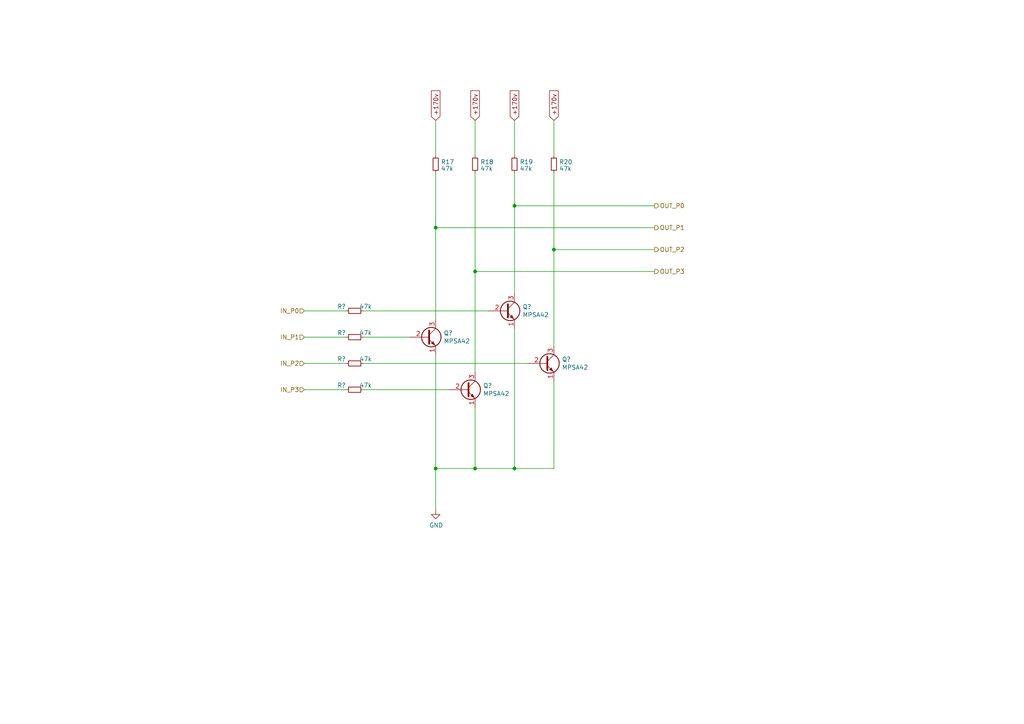
<source format=kicad_sch>
(kicad_sch (version 20230121) (generator eeschema)
  (paper "A4")
  (lib_symbols
    (symbol "Device:R_Small" (pin_numbers hide) (pin_names (offset 0.254) hide)
      (property "Reference" "R" (at 0.762 0.508 0))
      (property "Value" "R_Small" (at 0.762 -1.016 0))
      (symbol "R_Small_0_1"
        (rectangle (start -0.762 1.778) (end 0.762 -1.778) (stroke (width 0.2032)))
      )
      (symbol "R_Small_1_1"
        (pin passive line (at 0 2.54 270) (length 0.762) (name "~") (number "1"))
        (pin passive line (at 0 -2.54 90) (length 0.762) (name "~") (number "2"))
      )
    )
    (symbol "Transistor_BJT:MPSA42" (pin_names (offset 1.016) hide)
      (property "Reference" "Q" (at 5.08 1.905 0))
      (property "Value" "MPSA42" (at 5.08 0 0))
      (symbol "MPSA42_0_1"
        (polyline (pts (xy 0 0) (xy 0.635 0)))
        (polyline (pts (xy 0.635 0.635) (xy 2.54 2.54)))
        (polyline (pts (xy 0.635 -0.635) (xy 2.54 -2.54) (xy 2.54 -2.54)))
        (polyline (pts (xy 0.635 1.905) (xy 0.635 -1.905) (xy 0.635 -1.905)) (stroke (width 0.508)))
        (polyline (pts (xy 1.27 -1.778) (xy 1.778 -1.27) (xy 2.286 -2.286) (xy 1.27 -1.778) (xy 1.27 -1.778)) (fill (type outline)))
        (circle (center 1.27 0) (radius 2.8194) (stroke (width 0.254)))
      )
      (symbol "MPSA42_1_1"
        (pin passive line (at 2.54 -5.08 90) (length 2.54) (name "E") (number "1"))
        (pin input line (at -5.08 0 0) (length 5.08) (name "B") (number "2"))
        (pin passive line (at 2.54 5.08 270) (length 2.54) (name "C") (number "3"))
      )
    )
    (symbol "power:GND" (power) (pin_names (offset 0))
      (property "Value" "GND" (at 0 -3.81 0))
      (symbol "GND_0_1"
        (polyline (pts (xy 0 0) (xy 0 -1.27) (xy 1.27 -1.27) (xy 0 -2.54) (xy -1.27 -1.27) (xy 0 -1.27)))
      )
      (symbol "GND_1_1"
        (pin power_in line (at 0 0 270) (length 0) hide (name "GND") (number "1"))
      )
    )
  )
  (junction (at 126.365 135.89))
  (junction (at 137.795 135.89))
  (junction (at 160.655 72.39))
  (junction (at 149.225 135.89))
  (junction (at 137.795 78.74))
  (junction (at 126.365 66.04))
  (junction (at 149.225 59.69))
  (wire (pts (xy 137.795 118.11) (xy 137.795 135.89)))
  (wire (pts (xy 105.41 90.17) (xy 141.605 90.17)))
  (wire (pts (xy 160.655 50.165) (xy 160.655 72.39)))
  (wire (pts (xy 137.795 135.89) (xy 149.225 135.89)))
  (wire (pts (xy 105.41 97.79) (xy 118.745 97.79)))
  (wire (pts (xy 88.265 113.03) (xy 100.33 113.03)))
  (wire (pts (xy 126.365 102.87) (xy 126.365 135.89)))
  (wire (pts (xy 126.365 147.955) (xy 126.365 135.89)))
  (wire (pts (xy 149.225 95.25) (xy 149.225 135.89)))
  (wire (pts (xy 126.365 50.165) (xy 126.365 66.04)))
  (wire (pts (xy 160.655 72.39) (xy 189.865 72.39)))
  (wire (pts (xy 105.41 113.03) (xy 130.175 113.03)))
  (wire (pts (xy 88.265 97.79) (xy 100.33 97.79)))
  (wire (pts (xy 149.225 34.925) (xy 149.225 45.085)))
  (wire (pts (xy 137.795 50.165) (xy 137.795 78.74)))
  (wire (pts (xy 88.265 105.41) (xy 100.33 105.41)))
  (wire (pts (xy 160.655 34.925) (xy 160.655 45.085)))
  (wire (pts (xy 149.225 59.69) (xy 149.225 85.09)))
  (wire (pts (xy 105.41 105.41) (xy 153.035 105.41)))
  (wire (pts (xy 126.365 66.04) (xy 189.865 66.04)))
  (wire (pts (xy 149.225 50.165) (xy 149.225 59.69)))
  (wire (pts (xy 137.795 34.925) (xy 137.795 45.085)))
  (wire (pts (xy 137.795 78.74) (xy 189.865 78.74)))
  (wire (pts (xy 88.265 90.17) (xy 100.33 90.17)))
  (wire (pts (xy 126.365 135.89) (xy 137.795 135.89)))
  (wire (pts (xy 137.795 78.74) (xy 137.795 107.95)))
  (wire (pts (xy 126.365 66.04) (xy 126.365 92.71)))
  (wire (pts (xy 126.365 34.925) (xy 126.365 45.085)))
  (wire (pts (xy 149.225 135.89) (xy 160.655 135.89)))
  (wire (pts (xy 160.655 110.49) (xy 160.655 135.89)))
  (wire (pts (xy 149.225 59.69) (xy 189.865 59.69)))
  (wire (pts (xy 160.655 72.39) (xy 160.655 100.33)))
  (global_label "+170v" (shape input) (at 137.795 34.925 90) (property "Intersheetrefs" "${INTERSHEET_REFS}" (effects hide)))
  (global_label "+170v" (shape input) (at 149.225 34.925 90) (property "Intersheetrefs" "${INTERSHEET_REFS}" (effects hide)))
  (global_label "+170v" (shape input) (at 160.655 34.925 90) (property "Intersheetrefs" "${INTERSHEET_REFS}" (effects hide)))
  (global_label "+170v" (shape input) (at 126.365 34.925 90) (property "Intersheetrefs" "${INTERSHEET_REFS}" (effects hide)))
  (hierarchical_label "IN_P3" (shape input) (at 88.265 113.03 180))
  (hierarchical_label "IN_P2" (shape input) (at 88.265 105.41 180))
  (hierarchical_label "OUT_P1" (shape output) (at 189.865 66.04 0))
  (hierarchical_label "OUT_P2" (shape output) (at 189.865 72.39 0))
  (hierarchical_label "OUT_P0" (shape output) (at 189.865 59.69 0))
  (hierarchical_label "IN_P1" (shape input) (at 88.265 97.79 180))
  (hierarchical_label "OUT_P3" (shape output) (at 189.865 78.74 0))
  (hierarchical_label "IN_P0" (shape input) (at 88.265 90.17 180))
  (symbol (lib_id "Transistor_BJT:MPSA42") (at 123.825 97.79 0) (unit 1)
    (property "Reference" "Q?" (at 128.6764 96.6216 0) (effects (justify left)))
    (property "Value" "MPSA42" (at 128.6764 98.933 0) (effects (justify left)))
    (property "Footprint" "Package_TO_SOT_THT:TO-92_Inline" (effects hide))
    (property "Datasheet" "http://www.onsemi.com/pub_link/Collateral/MPSA42-D.PDF" (effects hide))
    (instances (project "OpenNixie" (path "" (reference "Q?") (unit 1)) (path "" (reference "Q14") (unit 1))))
  )
  (symbol (lib_id "Transistor_BJT:MPSA42") (at 158.115 105.41 0) (unit 1)
    (property "Reference" "Q?" (at 162.9664 104.2416 0) (effects (justify left)))
    (property "Value" "MPSA42" (at 162.9664 106.553 0) (effects (justify left)))
    (property "Footprint" "Package_TO_SOT_THT:TO-92_Inline" (effects hide))
    (property "Datasheet" "http://www.onsemi.com/pub_link/Collateral/MPSA42-D.PDF" (effects hide))
    (instances (project "OpenNixie" (path "" (reference "Q?") (unit 1)) (path "" (reference "Q15") (unit 1))))
  )
  (symbol (lib_id "Device:R_Small") (at 160.655 47.625 0) (unit 1)
    (property "Reference" "R20" (at 162.1536 46.9813 0) (effects (justify left)))
    (property "Value" "47k" (at 162.1536 48.9023 0) (effects (justify left)))
    (property "Footprint" "Resistor_THT:R_Axial_DIN0204_L3.6mm_D1.6mm_P5.08mm_Horizontal" (effects hide))
  )
  (symbol (lib_id "Device:R_Small") (at 102.87 90.17 270) (mirror x) (unit 1)
    (property "Reference" "R?" (at 99.06 88.9 90))
    (property "Value" "47k" (at 106.045 88.9 90))
    (property "Footprint" "Resistor_THT:R_Axial_DIN0204_L3.6mm_D1.6mm_P5.08mm_Horizontal" (effects hide))
    (instances (project "OpenNixie" (path "" (reference "R?") (unit 1)) (path "" (reference "R21") (unit 1))))
  )
  (symbol (lib_id "Device:R_Small") (at 102.87 97.79 270) (mirror x) (unit 1)
    (property "Reference" "R?" (at 99.06 96.52 90))
    (property "Value" "47k" (at 106.045 96.52 90))
    (property "Footprint" "Resistor_THT:R_Axial_DIN0204_L3.6mm_D1.6mm_P5.08mm_Horizontal" (effects hide))
    (instances (project "OpenNixie" (path "" (reference "R?") (unit 1)) (path "" (reference "R22") (unit 1))))
  )
  (symbol (lib_id "Transistor_BJT:MPSA42") (at 146.685 90.17 0) (unit 1)
    (property "Reference" "Q?" (at 151.5364 89.0016 0) (effects (justify left)))
    (property "Value" "MPSA42" (at 151.5364 91.313 0) (effects (justify left)))
    (property "Footprint" "Package_TO_SOT_THT:TO-92_Inline" (effects hide))
    (property "Datasheet" "http://www.onsemi.com/pub_link/Collateral/MPSA42-D.PDF" (effects hide))
    (instances (project "OpenNixie" (path "" (reference "Q?") (unit 1)) (path "" (reference "Q13") (unit 1))))
  )
  (symbol (lib_id "Device:R_Small") (at 149.225 47.625 0) (unit 1)
    (property "Reference" "R19" (at 150.7236 46.9813 0) (effects (justify left)))
    (property "Value" "47k" (at 150.7236 48.9023 0) (effects (justify left)))
    (property "Footprint" "Resistor_THT:R_Axial_DIN0204_L3.6mm_D1.6mm_P5.08mm_Horizontal" (effects hide))
  )
  (symbol (lib_id "Transistor_BJT:MPSA42") (at 135.255 113.03 0) (unit 1)
    (property "Reference" "Q?" (at 140.1064 111.8616 0) (effects (justify left)))
    (property "Value" "MPSA42" (at 140.1064 114.173 0) (effects (justify left)))
    (property "Footprint" "Package_TO_SOT_THT:TO-92_Inline" (effects hide))
    (property "Datasheet" "http://www.onsemi.com/pub_link/Collateral/MPSA42-D.PDF" (effects hide))
    (instances (project "OpenNixie" (path "" (reference "Q?") (unit 1)) (path "" (reference "Q16") (unit 1))))
  )
  (symbol (lib_id "Device:R_Small") (at 137.795 47.625 0) (unit 1)
    (property "Reference" "R18" (at 139.2936 46.9813 0) (effects (justify left)))
    (property "Value" "47k" (at 139.2936 48.9023 0) (effects (justify left)))
    (property "Footprint" "Resistor_THT:R_Axial_DIN0204_L3.6mm_D1.6mm_P5.08mm_Horizontal" (effects hide))
  )
  (symbol (lib_id "Device:R_Small") (at 102.87 105.41 270) (mirror x) (unit 1)
    (property "Reference" "R?" (at 99.06 104.14 90))
    (property "Value" "47k" (at 106.045 104.14 90))
    (property "Footprint" "Resistor_THT:R_Axial_DIN0204_L3.6mm_D1.6mm_P5.08mm_Horizontal" (effects hide))
    (instances (project "OpenNixie" (path "" (reference "R?") (unit 1)) (path "" (reference "R23") (unit 1))))
  )
  (symbol (lib_id "Device:R_Small") (at 102.87 113.03 270) (mirror x) (unit 1)
    (property "Reference" "R?" (at 99.06 111.76 90))
    (property "Value" "47k" (at 106.045 111.76 90))
    (property "Footprint" "Resistor_THT:R_Axial_DIN0204_L3.6mm_D1.6mm_P5.08mm_Horizontal" (effects hide))
    (instances (project "OpenNixie" (path "" (reference "R?") (unit 1)) (path "" (reference "R24") (unit 1))))
  )
  (symbol (lib_id "Device:R_Small") (at 126.365 47.625 0) (unit 1)
    (property "Reference" "R17" (at 127.8636 46.9813 0) (effects (justify left)))
    (property "Value" "47k" (at 127.8636 48.9023 0) (effects (justify left)))
    (property "Footprint" "Resistor_THT:R_Axial_DIN0204_L3.6mm_D1.6mm_P5.08mm_Horizontal" (effects hide))
  )
  (symbol (lib_id "power:GND") (at 126.365 147.955 0) (unit 1)
    (property "Reference" "#PWR?" (effects hide))
    (property "Value" "GND" (at 126.492 152.3492 0))
    (instances (project "OpenNixie" (path "" (reference "#PWR?") (unit 1)) (path "" (reference "#PWR011") (unit 1))))
  )
)
</source>
